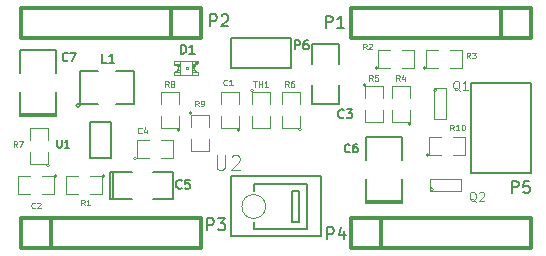
<source format=gto>
G04 (created by PCBNEW (2013-05-31 BZR 4019)-stable) date 16/09/2013 19:50:50*
%MOIN*%
G04 Gerber Fmt 3.4, Leading zero omitted, Abs format*
%FSLAX34Y34*%
G01*
G70*
G90*
G04 APERTURE LIST*
%ADD10C,0.00590551*%
%ADD11C,0.012*%
%ADD12C,0.005*%
%ADD13C,0.0025*%
%ADD14C,0.0039*%
%ADD15C,0.0031*%
%ADD16C,0.0026*%
%ADD17C,0.004*%
%ADD18C,0.002*%
%ADD19C,0.008*%
%ADD20C,0.006*%
%ADD21C,0.0035*%
%ADD22C,0.0043*%
%ADD23C,0.0047*%
G04 APERTURE END LIST*
G54D10*
G54D11*
X62100Y-35600D02*
X62100Y-36600D01*
X62100Y-36600D02*
X56100Y-36600D01*
X56100Y-36600D02*
X56100Y-35600D01*
X56100Y-35600D02*
X62100Y-35600D01*
X61100Y-35600D02*
X61100Y-36600D01*
X51100Y-35600D02*
X51100Y-36600D01*
X51100Y-36600D02*
X45100Y-36600D01*
X45100Y-36600D02*
X45100Y-35600D01*
X45100Y-35600D02*
X51100Y-35600D01*
X50100Y-35600D02*
X50100Y-36600D01*
X45100Y-43600D02*
X45100Y-42600D01*
X45100Y-42600D02*
X51100Y-42600D01*
X51100Y-42600D02*
X51100Y-43600D01*
X51100Y-43600D02*
X45100Y-43600D01*
X46100Y-43600D02*
X46100Y-42600D01*
X56100Y-43600D02*
X56100Y-42600D01*
X56100Y-42600D02*
X62100Y-42600D01*
X62100Y-42600D02*
X62100Y-43600D01*
X62100Y-43600D02*
X56100Y-43600D01*
X57100Y-43600D02*
X57100Y-42600D01*
G54D12*
X55098Y-41201D02*
X55098Y-43201D01*
X55098Y-43201D02*
X52101Y-43201D01*
X52101Y-43201D02*
X52101Y-41201D01*
X52101Y-41201D02*
X55098Y-41201D01*
X54621Y-42969D02*
X52857Y-42969D01*
X54621Y-41457D02*
X54369Y-41457D01*
X54621Y-41457D02*
X54621Y-42969D01*
X54621Y-41457D02*
X52857Y-41457D01*
X52857Y-41457D02*
X52857Y-41709D01*
X52857Y-42969D02*
X52857Y-42717D01*
X54369Y-41709D02*
X54117Y-41709D01*
X54117Y-41709D02*
X54117Y-42717D01*
X54117Y-42717D02*
X54369Y-42717D01*
X54369Y-42717D02*
X54369Y-41709D01*
G54D13*
X53254Y-42213D02*
G75*
G03X53254Y-42213I-397J0D01*
G74*
G01*
G54D12*
X56600Y-42100D02*
X57800Y-42100D01*
X57800Y-40650D02*
X57800Y-39900D01*
X57800Y-39900D02*
X56600Y-39900D01*
X56600Y-39900D02*
X56600Y-40650D01*
X56600Y-41300D02*
X56600Y-42100D01*
X56600Y-42021D02*
X57800Y-42021D01*
X57800Y-42100D02*
X57800Y-41300D01*
G54D14*
X58100Y-39450D02*
G75*
G03X58100Y-39450I-50J0D01*
G74*
G01*
X58050Y-39000D02*
X58050Y-39400D01*
X58050Y-39400D02*
X57450Y-39400D01*
X57450Y-39400D02*
X57450Y-39000D01*
X57450Y-38600D02*
X57450Y-38200D01*
X57450Y-38200D02*
X58050Y-38200D01*
X58050Y-38200D02*
X58050Y-38600D01*
X56600Y-38150D02*
G75*
G03X56600Y-38150I-50J0D01*
G74*
G01*
X56550Y-38600D02*
X56550Y-38200D01*
X56550Y-38200D02*
X57150Y-38200D01*
X57150Y-38200D02*
X57150Y-38600D01*
X57150Y-39000D02*
X57150Y-39400D01*
X57150Y-39400D02*
X56550Y-39400D01*
X56550Y-39400D02*
X56550Y-39000D01*
X57000Y-37600D02*
G75*
G03X57000Y-37600I-50J0D01*
G74*
G01*
X57400Y-37600D02*
X57000Y-37600D01*
X57000Y-37600D02*
X57000Y-37000D01*
X57000Y-37000D02*
X57400Y-37000D01*
X57800Y-37000D02*
X58200Y-37000D01*
X58200Y-37000D02*
X58200Y-37600D01*
X58200Y-37600D02*
X57800Y-37600D01*
X58600Y-37600D02*
G75*
G03X58600Y-37600I-50J0D01*
G74*
G01*
X59000Y-37600D02*
X58600Y-37600D01*
X58600Y-37600D02*
X58600Y-37000D01*
X58600Y-37000D02*
X59000Y-37000D01*
X59400Y-37000D02*
X59800Y-37000D01*
X59800Y-37000D02*
X59800Y-37600D01*
X59800Y-37600D02*
X59400Y-37600D01*
X54450Y-39650D02*
G75*
G03X54450Y-39650I-50J0D01*
G74*
G01*
X54400Y-39200D02*
X54400Y-39600D01*
X54400Y-39600D02*
X53800Y-39600D01*
X53800Y-39600D02*
X53800Y-39200D01*
X53800Y-38800D02*
X53800Y-38400D01*
X53800Y-38400D02*
X54400Y-38400D01*
X54400Y-38400D02*
X54400Y-38800D01*
G54D12*
X48100Y-40600D02*
X47400Y-40600D01*
X47400Y-40600D02*
X47400Y-39400D01*
X47400Y-39400D02*
X48100Y-39400D01*
X48100Y-39400D02*
X48100Y-40600D01*
G54D14*
X47900Y-41200D02*
G75*
G03X47900Y-41200I-50J0D01*
G74*
G01*
X47400Y-41200D02*
X47800Y-41200D01*
X47800Y-41200D02*
X47800Y-41800D01*
X47800Y-41800D02*
X47400Y-41800D01*
X47000Y-41800D02*
X46600Y-41800D01*
X46600Y-41800D02*
X46600Y-41200D01*
X46600Y-41200D02*
X47000Y-41200D01*
G54D12*
X55700Y-36800D02*
X54800Y-36800D01*
X54800Y-36800D02*
X54800Y-37450D01*
X55700Y-38150D02*
X55700Y-38800D01*
X55700Y-38800D02*
X54800Y-38800D01*
X54800Y-38800D02*
X54800Y-38150D01*
X55700Y-37450D02*
X55700Y-36800D01*
G54D14*
X52400Y-39650D02*
G75*
G03X52400Y-39650I-50J0D01*
G74*
G01*
X52350Y-39200D02*
X52350Y-39600D01*
X52350Y-39600D02*
X51750Y-39600D01*
X51750Y-39600D02*
X51750Y-39200D01*
X51750Y-38800D02*
X51750Y-38400D01*
X51750Y-38400D02*
X52350Y-38400D01*
X52350Y-38400D02*
X52350Y-38800D01*
X46300Y-41200D02*
G75*
G03X46300Y-41200I-50J0D01*
G74*
G01*
X45800Y-41200D02*
X46200Y-41200D01*
X46200Y-41200D02*
X46200Y-41800D01*
X46200Y-41800D02*
X45800Y-41800D01*
X45400Y-41800D02*
X45000Y-41800D01*
X45000Y-41800D02*
X45000Y-41200D01*
X45000Y-41200D02*
X45400Y-41200D01*
G54D12*
X48150Y-41050D02*
X48050Y-41050D01*
X48050Y-41050D02*
X48050Y-41950D01*
X48050Y-41950D02*
X48150Y-41950D01*
X48150Y-41050D02*
X48150Y-41950D01*
X48150Y-41950D02*
X48800Y-41950D01*
X49500Y-41050D02*
X50150Y-41050D01*
X50150Y-41050D02*
X50150Y-41950D01*
X50150Y-41950D02*
X49500Y-41950D01*
X48800Y-41050D02*
X48150Y-41050D01*
G54D14*
X48950Y-40600D02*
G75*
G03X48950Y-40600I-50J0D01*
G74*
G01*
X49350Y-40600D02*
X48950Y-40600D01*
X48950Y-40600D02*
X48950Y-40000D01*
X48950Y-40000D02*
X49350Y-40000D01*
X49750Y-40000D02*
X50150Y-40000D01*
X50150Y-40000D02*
X50150Y-40600D01*
X50150Y-40600D02*
X49750Y-40600D01*
G54D15*
X58974Y-38337D02*
G75*
G03X58974Y-38337I-62J0D01*
G74*
G01*
X59250Y-39300D02*
X58850Y-39300D01*
X59250Y-38275D02*
X58850Y-38275D01*
X58850Y-39300D02*
X58850Y-38275D01*
X59250Y-38275D02*
X59250Y-39300D01*
G54D12*
X45050Y-39200D02*
X46250Y-39200D01*
X46250Y-37750D02*
X46250Y-37000D01*
X46250Y-37000D02*
X45050Y-37000D01*
X45050Y-37000D02*
X45050Y-37750D01*
X45050Y-38400D02*
X45050Y-39200D01*
X45050Y-39121D02*
X46250Y-39121D01*
X46250Y-39200D02*
X46250Y-38400D01*
G54D14*
X46050Y-40850D02*
G75*
G03X46050Y-40850I-50J0D01*
G74*
G01*
X46000Y-40400D02*
X46000Y-40800D01*
X46000Y-40800D02*
X45400Y-40800D01*
X45400Y-40800D02*
X45400Y-40400D01*
X45400Y-40000D02*
X45400Y-39600D01*
X45400Y-39600D02*
X46000Y-39600D01*
X46000Y-39600D02*
X46000Y-40000D01*
X50800Y-39100D02*
G75*
G03X50800Y-39100I-50J0D01*
G74*
G01*
X50750Y-39550D02*
X50750Y-39150D01*
X50750Y-39150D02*
X51350Y-39150D01*
X51350Y-39150D02*
X51350Y-39550D01*
X51350Y-39950D02*
X51350Y-40350D01*
X51350Y-40350D02*
X50750Y-40350D01*
X50750Y-40350D02*
X50750Y-39950D01*
X52850Y-38350D02*
G75*
G03X52850Y-38350I-50J0D01*
G74*
G01*
X52800Y-38800D02*
X52800Y-38400D01*
X52800Y-38400D02*
X53400Y-38400D01*
X53400Y-38400D02*
X53400Y-38800D01*
X53400Y-39200D02*
X53400Y-39600D01*
X53400Y-39600D02*
X52800Y-39600D01*
X52800Y-39600D02*
X52800Y-39200D01*
X50400Y-39650D02*
G75*
G03X50400Y-39650I-50J0D01*
G74*
G01*
X50350Y-39200D02*
X50350Y-39600D01*
X50350Y-39600D02*
X49750Y-39600D01*
X49750Y-39600D02*
X49750Y-39200D01*
X49750Y-38800D02*
X49750Y-38400D01*
X49750Y-38400D02*
X50350Y-38400D01*
X50350Y-38400D02*
X50350Y-38800D01*
G54D16*
X50796Y-37718D02*
X50796Y-37846D01*
X50796Y-37846D02*
X50993Y-37846D01*
X50993Y-37718D02*
X50993Y-37846D01*
X50796Y-37718D02*
X50993Y-37718D01*
X50796Y-37473D02*
X50796Y-37532D01*
X50796Y-37532D02*
X50895Y-37532D01*
X50895Y-37473D02*
X50895Y-37532D01*
X50796Y-37473D02*
X50895Y-37473D01*
X50796Y-37668D02*
X50796Y-37727D01*
X50796Y-37727D02*
X50895Y-37727D01*
X50895Y-37668D02*
X50895Y-37727D01*
X50796Y-37668D02*
X50895Y-37668D01*
X50796Y-37522D02*
X50796Y-37678D01*
X50796Y-37678D02*
X50865Y-37678D01*
X50865Y-37522D02*
X50865Y-37678D01*
X50796Y-37522D02*
X50865Y-37522D01*
X50207Y-37718D02*
X50207Y-37846D01*
X50207Y-37846D02*
X50404Y-37846D01*
X50404Y-37718D02*
X50404Y-37846D01*
X50207Y-37718D02*
X50404Y-37718D01*
X50207Y-37354D02*
X50207Y-37482D01*
X50207Y-37482D02*
X50404Y-37482D01*
X50404Y-37354D02*
X50404Y-37482D01*
X50207Y-37354D02*
X50404Y-37354D01*
X50305Y-37668D02*
X50305Y-37727D01*
X50305Y-37727D02*
X50404Y-37727D01*
X50404Y-37668D02*
X50404Y-37727D01*
X50305Y-37668D02*
X50404Y-37668D01*
X50305Y-37473D02*
X50305Y-37532D01*
X50305Y-37532D02*
X50404Y-37532D01*
X50404Y-37473D02*
X50404Y-37532D01*
X50305Y-37473D02*
X50404Y-37473D01*
X50335Y-37522D02*
X50335Y-37678D01*
X50335Y-37678D02*
X50404Y-37678D01*
X50404Y-37522D02*
X50404Y-37678D01*
X50335Y-37522D02*
X50404Y-37522D01*
X50600Y-37561D02*
X50600Y-37639D01*
X50600Y-37639D02*
X50678Y-37639D01*
X50678Y-37561D02*
X50678Y-37639D01*
X50600Y-37561D02*
X50678Y-37561D01*
X50796Y-37364D02*
X50796Y-37482D01*
X50796Y-37482D02*
X50914Y-37482D01*
X50914Y-37364D02*
X50914Y-37482D01*
X50796Y-37364D02*
X50914Y-37364D01*
X50964Y-37354D02*
X50964Y-37443D01*
X50964Y-37443D02*
X50993Y-37443D01*
X50993Y-37354D02*
X50993Y-37443D01*
X50964Y-37354D02*
X50993Y-37354D01*
G54D17*
X50806Y-37826D02*
X50394Y-37826D01*
X50404Y-37374D02*
X50964Y-37374D01*
G54D18*
X50962Y-37423D02*
G75*
G03X50962Y-37423I-28J0D01*
G74*
G01*
G54D17*
X50993Y-37463D02*
G75*
G03X50993Y-37737I0J-137D01*
G74*
G01*
X50207Y-37737D02*
G75*
G03X50207Y-37463I0J137D01*
G74*
G01*
G54D14*
X58700Y-40500D02*
G75*
G03X58700Y-40500I-50J0D01*
G74*
G01*
X59100Y-40500D02*
X58700Y-40500D01*
X58700Y-40500D02*
X58700Y-39900D01*
X58700Y-39900D02*
X59100Y-39900D01*
X59500Y-39900D02*
X59900Y-39900D01*
X59900Y-39900D02*
X59900Y-40500D01*
X59900Y-40500D02*
X59500Y-40500D01*
G54D15*
X58849Y-41638D02*
G75*
G03X58849Y-41638I-62J0D01*
G74*
G01*
X59750Y-41300D02*
X59750Y-41700D01*
X58725Y-41300D02*
X58725Y-41700D01*
X59750Y-41700D02*
X58725Y-41700D01*
X58725Y-41300D02*
X59750Y-41300D01*
G54D19*
X60100Y-41100D02*
X60100Y-38100D01*
X62100Y-38100D02*
X62100Y-41100D01*
X62100Y-41100D02*
X60100Y-41100D01*
X60100Y-38100D02*
X62100Y-38100D01*
G54D20*
X52100Y-37600D02*
X52100Y-36600D01*
X52100Y-36600D02*
X54100Y-36600D01*
X54100Y-36600D02*
X54100Y-37600D01*
X54100Y-37600D02*
X52100Y-37600D01*
G54D12*
X47070Y-38850D02*
G75*
G03X47070Y-38850I-70J0D01*
G74*
G01*
X47650Y-37700D02*
X47050Y-37700D01*
X47050Y-37700D02*
X47050Y-38800D01*
X47050Y-38800D02*
X47650Y-38800D01*
X48250Y-38800D02*
X48850Y-38800D01*
X48850Y-38800D02*
X48850Y-37700D01*
X48850Y-37700D02*
X48250Y-37700D01*
G54D19*
X55254Y-36261D02*
X55254Y-35861D01*
X55407Y-35861D01*
X55445Y-35880D01*
X55464Y-35900D01*
X55483Y-35938D01*
X55483Y-35995D01*
X55464Y-36033D01*
X55445Y-36052D01*
X55407Y-36071D01*
X55254Y-36071D01*
X55864Y-36261D02*
X55635Y-36261D01*
X55750Y-36261D02*
X55750Y-35861D01*
X55711Y-35919D01*
X55673Y-35957D01*
X55635Y-35976D01*
X51404Y-36211D02*
X51404Y-35811D01*
X51557Y-35811D01*
X51595Y-35830D01*
X51614Y-35850D01*
X51633Y-35888D01*
X51633Y-35945D01*
X51614Y-35983D01*
X51595Y-36002D01*
X51557Y-36021D01*
X51404Y-36021D01*
X51785Y-35850D02*
X51804Y-35830D01*
X51842Y-35811D01*
X51938Y-35811D01*
X51976Y-35830D01*
X51995Y-35850D01*
X52014Y-35888D01*
X52014Y-35926D01*
X51995Y-35983D01*
X51766Y-36211D01*
X52014Y-36211D01*
X51304Y-43011D02*
X51304Y-42611D01*
X51457Y-42611D01*
X51495Y-42630D01*
X51514Y-42650D01*
X51533Y-42688D01*
X51533Y-42745D01*
X51514Y-42783D01*
X51495Y-42802D01*
X51457Y-42821D01*
X51304Y-42821D01*
X51666Y-42611D02*
X51914Y-42611D01*
X51780Y-42764D01*
X51838Y-42764D01*
X51876Y-42783D01*
X51895Y-42802D01*
X51914Y-42840D01*
X51914Y-42935D01*
X51895Y-42973D01*
X51876Y-42992D01*
X51838Y-43011D01*
X51723Y-43011D01*
X51685Y-42992D01*
X51666Y-42973D01*
X55304Y-43311D02*
X55304Y-42911D01*
X55457Y-42911D01*
X55495Y-42930D01*
X55514Y-42950D01*
X55533Y-42988D01*
X55533Y-43045D01*
X55514Y-43083D01*
X55495Y-43102D01*
X55457Y-43121D01*
X55304Y-43121D01*
X55876Y-43045D02*
X55876Y-43311D01*
X55780Y-42892D02*
X55685Y-43178D01*
X55933Y-43178D01*
G54D21*
X51619Y-40502D02*
X51619Y-40907D01*
X51642Y-40954D01*
X51666Y-40978D01*
X51714Y-41002D01*
X51809Y-41002D01*
X51857Y-40978D01*
X51880Y-40954D01*
X51904Y-40907D01*
X51904Y-40502D01*
X52119Y-40550D02*
X52142Y-40526D01*
X52190Y-40502D01*
X52309Y-40502D01*
X52357Y-40526D01*
X52380Y-40550D01*
X52404Y-40597D01*
X52404Y-40645D01*
X52380Y-40716D01*
X52095Y-41002D01*
X52404Y-41002D01*
G54D12*
X56054Y-40385D02*
X56040Y-40398D01*
X56001Y-40411D01*
X55975Y-40411D01*
X55935Y-40398D01*
X55909Y-40372D01*
X55896Y-40345D01*
X55883Y-40293D01*
X55883Y-40254D01*
X55896Y-40201D01*
X55909Y-40175D01*
X55935Y-40149D01*
X55975Y-40135D01*
X56001Y-40135D01*
X56040Y-40149D01*
X56054Y-40162D01*
X56290Y-40135D02*
X56237Y-40135D01*
X56211Y-40149D01*
X56198Y-40162D01*
X56172Y-40201D01*
X56159Y-40254D01*
X56159Y-40359D01*
X56172Y-40385D01*
X56185Y-40398D01*
X56211Y-40411D01*
X56264Y-40411D01*
X56290Y-40398D01*
X56303Y-40385D01*
X56316Y-40359D01*
X56316Y-40293D01*
X56303Y-40267D01*
X56290Y-40254D01*
X56264Y-40240D01*
X56211Y-40240D01*
X56185Y-40254D01*
X56172Y-40267D01*
X56159Y-40293D01*
G54D22*
X57717Y-38029D02*
X57651Y-37935D01*
X57604Y-38029D02*
X57604Y-37832D01*
X57679Y-37832D01*
X57698Y-37842D01*
X57707Y-37851D01*
X57717Y-37870D01*
X57717Y-37898D01*
X57707Y-37917D01*
X57698Y-37926D01*
X57679Y-37935D01*
X57604Y-37935D01*
X57886Y-37898D02*
X57886Y-38029D01*
X57839Y-37823D02*
X57792Y-37964D01*
X57914Y-37964D01*
X56817Y-38029D02*
X56751Y-37935D01*
X56704Y-38029D02*
X56704Y-37832D01*
X56779Y-37832D01*
X56798Y-37842D01*
X56807Y-37851D01*
X56817Y-37870D01*
X56817Y-37898D01*
X56807Y-37917D01*
X56798Y-37926D01*
X56779Y-37935D01*
X56704Y-37935D01*
X56995Y-37832D02*
X56901Y-37832D01*
X56892Y-37926D01*
X56901Y-37917D01*
X56920Y-37907D01*
X56967Y-37907D01*
X56986Y-37917D01*
X56995Y-37926D01*
X57004Y-37945D01*
X57004Y-37992D01*
X56995Y-38010D01*
X56986Y-38020D01*
X56967Y-38029D01*
X56920Y-38029D01*
X56901Y-38020D01*
X56892Y-38010D01*
X56617Y-36979D02*
X56551Y-36885D01*
X56504Y-36979D02*
X56504Y-36782D01*
X56579Y-36782D01*
X56598Y-36792D01*
X56607Y-36801D01*
X56617Y-36820D01*
X56617Y-36848D01*
X56607Y-36867D01*
X56598Y-36876D01*
X56579Y-36885D01*
X56504Y-36885D01*
X56692Y-36801D02*
X56701Y-36792D01*
X56720Y-36782D01*
X56767Y-36782D01*
X56786Y-36792D01*
X56795Y-36801D01*
X56804Y-36820D01*
X56804Y-36839D01*
X56795Y-36867D01*
X56682Y-36979D01*
X56804Y-36979D01*
X60067Y-37279D02*
X60001Y-37185D01*
X59954Y-37279D02*
X59954Y-37082D01*
X60029Y-37082D01*
X60048Y-37092D01*
X60057Y-37101D01*
X60067Y-37120D01*
X60067Y-37148D01*
X60057Y-37167D01*
X60048Y-37176D01*
X60029Y-37185D01*
X59954Y-37185D01*
X60132Y-37082D02*
X60254Y-37082D01*
X60189Y-37157D01*
X60217Y-37157D01*
X60236Y-37167D01*
X60245Y-37176D01*
X60254Y-37195D01*
X60254Y-37242D01*
X60245Y-37260D01*
X60236Y-37270D01*
X60217Y-37279D01*
X60160Y-37279D01*
X60142Y-37270D01*
X60132Y-37260D01*
X54017Y-38229D02*
X53951Y-38135D01*
X53904Y-38229D02*
X53904Y-38032D01*
X53979Y-38032D01*
X53998Y-38042D01*
X54007Y-38051D01*
X54017Y-38070D01*
X54017Y-38098D01*
X54007Y-38117D01*
X53998Y-38126D01*
X53979Y-38135D01*
X53904Y-38135D01*
X54186Y-38032D02*
X54148Y-38032D01*
X54129Y-38042D01*
X54120Y-38051D01*
X54101Y-38079D01*
X54092Y-38117D01*
X54092Y-38192D01*
X54101Y-38210D01*
X54110Y-38220D01*
X54129Y-38229D01*
X54167Y-38229D01*
X54186Y-38220D01*
X54195Y-38210D01*
X54204Y-38192D01*
X54204Y-38145D01*
X54195Y-38126D01*
X54186Y-38117D01*
X54167Y-38107D01*
X54129Y-38107D01*
X54110Y-38117D01*
X54101Y-38126D01*
X54092Y-38145D01*
G54D12*
X46309Y-40001D02*
X46309Y-40203D01*
X46321Y-40227D01*
X46333Y-40239D01*
X46357Y-40251D01*
X46404Y-40251D01*
X46428Y-40239D01*
X46440Y-40227D01*
X46452Y-40203D01*
X46452Y-40001D01*
X46702Y-40251D02*
X46559Y-40251D01*
X46630Y-40251D02*
X46630Y-40001D01*
X46607Y-40036D01*
X46583Y-40060D01*
X46559Y-40072D01*
G54D22*
X47217Y-42179D02*
X47151Y-42085D01*
X47104Y-42179D02*
X47104Y-41982D01*
X47179Y-41982D01*
X47198Y-41992D01*
X47207Y-42001D01*
X47217Y-42020D01*
X47217Y-42048D01*
X47207Y-42067D01*
X47198Y-42076D01*
X47179Y-42085D01*
X47104Y-42085D01*
X47404Y-42179D02*
X47292Y-42179D01*
X47348Y-42179D02*
X47348Y-41982D01*
X47329Y-42010D01*
X47310Y-42029D01*
X47292Y-42039D01*
G54D12*
X55850Y-39242D02*
X55835Y-39257D01*
X55792Y-39271D01*
X55764Y-39271D01*
X55721Y-39257D01*
X55692Y-39228D01*
X55678Y-39200D01*
X55664Y-39142D01*
X55664Y-39100D01*
X55678Y-39042D01*
X55692Y-39014D01*
X55721Y-38985D01*
X55764Y-38971D01*
X55792Y-38971D01*
X55835Y-38985D01*
X55850Y-39000D01*
X55950Y-38971D02*
X56135Y-38971D01*
X56035Y-39085D01*
X56078Y-39085D01*
X56107Y-39100D01*
X56121Y-39114D01*
X56135Y-39142D01*
X56135Y-39214D01*
X56121Y-39242D01*
X56107Y-39257D01*
X56078Y-39271D01*
X55992Y-39271D01*
X55964Y-39257D01*
X55950Y-39242D01*
G54D22*
X51967Y-38160D02*
X51957Y-38170D01*
X51929Y-38179D01*
X51910Y-38179D01*
X51882Y-38170D01*
X51863Y-38151D01*
X51854Y-38132D01*
X51845Y-38095D01*
X51845Y-38067D01*
X51854Y-38029D01*
X51863Y-38010D01*
X51882Y-37992D01*
X51910Y-37982D01*
X51929Y-37982D01*
X51957Y-37992D01*
X51967Y-38001D01*
X52154Y-38179D02*
X52042Y-38179D01*
X52098Y-38179D02*
X52098Y-37982D01*
X52079Y-38010D01*
X52060Y-38029D01*
X52042Y-38039D01*
X45567Y-42260D02*
X45557Y-42270D01*
X45529Y-42279D01*
X45510Y-42279D01*
X45482Y-42270D01*
X45463Y-42251D01*
X45454Y-42232D01*
X45445Y-42195D01*
X45445Y-42167D01*
X45454Y-42129D01*
X45463Y-42110D01*
X45482Y-42092D01*
X45510Y-42082D01*
X45529Y-42082D01*
X45557Y-42092D01*
X45567Y-42101D01*
X45642Y-42101D02*
X45651Y-42092D01*
X45670Y-42082D01*
X45717Y-42082D01*
X45736Y-42092D01*
X45745Y-42101D01*
X45754Y-42120D01*
X45754Y-42139D01*
X45745Y-42167D01*
X45632Y-42279D01*
X45754Y-42279D01*
G54D12*
X50450Y-41592D02*
X50435Y-41607D01*
X50392Y-41621D01*
X50364Y-41621D01*
X50321Y-41607D01*
X50292Y-41578D01*
X50278Y-41550D01*
X50264Y-41492D01*
X50264Y-41450D01*
X50278Y-41392D01*
X50292Y-41364D01*
X50321Y-41335D01*
X50364Y-41321D01*
X50392Y-41321D01*
X50435Y-41335D01*
X50450Y-41350D01*
X50721Y-41321D02*
X50578Y-41321D01*
X50564Y-41464D01*
X50578Y-41450D01*
X50607Y-41435D01*
X50678Y-41435D01*
X50707Y-41450D01*
X50721Y-41464D01*
X50735Y-41492D01*
X50735Y-41564D01*
X50721Y-41592D01*
X50707Y-41607D01*
X50678Y-41621D01*
X50607Y-41621D01*
X50578Y-41607D01*
X50564Y-41592D01*
G54D22*
X49117Y-39760D02*
X49107Y-39770D01*
X49079Y-39779D01*
X49060Y-39779D01*
X49032Y-39770D01*
X49013Y-39751D01*
X49004Y-39732D01*
X48995Y-39695D01*
X48995Y-39667D01*
X49004Y-39629D01*
X49013Y-39610D01*
X49032Y-39592D01*
X49060Y-39582D01*
X49079Y-39582D01*
X49107Y-39592D01*
X49117Y-39601D01*
X49286Y-39648D02*
X49286Y-39779D01*
X49239Y-39573D02*
X49192Y-39714D01*
X49314Y-39714D01*
G54D23*
X59721Y-38350D02*
X59692Y-38335D01*
X59664Y-38307D01*
X59621Y-38264D01*
X59592Y-38250D01*
X59564Y-38250D01*
X59578Y-38321D02*
X59550Y-38307D01*
X59521Y-38278D01*
X59507Y-38221D01*
X59507Y-38121D01*
X59521Y-38064D01*
X59550Y-38035D01*
X59578Y-38021D01*
X59635Y-38021D01*
X59664Y-38035D01*
X59692Y-38064D01*
X59707Y-38121D01*
X59707Y-38221D01*
X59692Y-38278D01*
X59664Y-38307D01*
X59635Y-38321D01*
X59578Y-38321D01*
X59992Y-38321D02*
X59821Y-38321D01*
X59907Y-38321D02*
X59907Y-38021D01*
X59878Y-38064D01*
X59850Y-38092D01*
X59821Y-38107D01*
G54D12*
X46654Y-37335D02*
X46640Y-37348D01*
X46601Y-37361D01*
X46575Y-37361D01*
X46535Y-37348D01*
X46509Y-37322D01*
X46496Y-37295D01*
X46483Y-37243D01*
X46483Y-37204D01*
X46496Y-37151D01*
X46509Y-37125D01*
X46535Y-37099D01*
X46575Y-37085D01*
X46601Y-37085D01*
X46640Y-37099D01*
X46654Y-37112D01*
X46745Y-37085D02*
X46929Y-37085D01*
X46811Y-37361D01*
G54D22*
X44967Y-40229D02*
X44901Y-40135D01*
X44854Y-40229D02*
X44854Y-40032D01*
X44929Y-40032D01*
X44948Y-40042D01*
X44957Y-40051D01*
X44967Y-40070D01*
X44967Y-40098D01*
X44957Y-40117D01*
X44948Y-40126D01*
X44929Y-40135D01*
X44854Y-40135D01*
X45032Y-40032D02*
X45164Y-40032D01*
X45079Y-40229D01*
X51017Y-38879D02*
X50951Y-38785D01*
X50904Y-38879D02*
X50904Y-38682D01*
X50979Y-38682D01*
X50998Y-38692D01*
X51007Y-38701D01*
X51017Y-38720D01*
X51017Y-38748D01*
X51007Y-38767D01*
X50998Y-38776D01*
X50979Y-38785D01*
X50904Y-38785D01*
X51110Y-38879D02*
X51148Y-38879D01*
X51167Y-38870D01*
X51176Y-38860D01*
X51195Y-38832D01*
X51204Y-38795D01*
X51204Y-38720D01*
X51195Y-38701D01*
X51186Y-38692D01*
X51167Y-38682D01*
X51129Y-38682D01*
X51110Y-38692D01*
X51101Y-38701D01*
X51092Y-38720D01*
X51092Y-38767D01*
X51101Y-38785D01*
X51110Y-38795D01*
X51129Y-38804D01*
X51167Y-38804D01*
X51186Y-38795D01*
X51195Y-38785D01*
X51204Y-38767D01*
X52846Y-38032D02*
X52959Y-38032D01*
X52903Y-38229D02*
X52903Y-38032D01*
X53024Y-38229D02*
X53024Y-38032D01*
X53024Y-38126D02*
X53137Y-38126D01*
X53137Y-38229D02*
X53137Y-38032D01*
X53334Y-38229D02*
X53221Y-38229D01*
X53278Y-38229D02*
X53278Y-38032D01*
X53259Y-38060D01*
X53240Y-38079D01*
X53221Y-38089D01*
X50017Y-38229D02*
X49951Y-38135D01*
X49904Y-38229D02*
X49904Y-38032D01*
X49979Y-38032D01*
X49998Y-38042D01*
X50007Y-38051D01*
X50017Y-38070D01*
X50017Y-38098D01*
X50007Y-38117D01*
X49998Y-38126D01*
X49979Y-38135D01*
X49904Y-38135D01*
X50129Y-38117D02*
X50110Y-38107D01*
X50101Y-38098D01*
X50092Y-38079D01*
X50092Y-38070D01*
X50101Y-38051D01*
X50110Y-38042D01*
X50129Y-38032D01*
X50167Y-38032D01*
X50186Y-38042D01*
X50195Y-38051D01*
X50204Y-38070D01*
X50204Y-38079D01*
X50195Y-38098D01*
X50186Y-38107D01*
X50167Y-38117D01*
X50129Y-38117D01*
X50110Y-38126D01*
X50101Y-38135D01*
X50092Y-38154D01*
X50092Y-38192D01*
X50101Y-38210D01*
X50110Y-38220D01*
X50129Y-38229D01*
X50167Y-38229D01*
X50186Y-38220D01*
X50195Y-38210D01*
X50204Y-38192D01*
X50204Y-38154D01*
X50195Y-38135D01*
X50186Y-38126D01*
X50167Y-38117D01*
G54D12*
X50428Y-37121D02*
X50428Y-36821D01*
X50500Y-36821D01*
X50542Y-36835D01*
X50571Y-36864D01*
X50585Y-36892D01*
X50600Y-36950D01*
X50600Y-36992D01*
X50585Y-37050D01*
X50571Y-37078D01*
X50542Y-37107D01*
X50500Y-37121D01*
X50428Y-37121D01*
X50885Y-37121D02*
X50714Y-37121D01*
X50800Y-37121D02*
X50800Y-36821D01*
X50771Y-36864D01*
X50742Y-36892D01*
X50714Y-36907D01*
G54D22*
X59523Y-39679D02*
X59457Y-39585D01*
X59410Y-39679D02*
X59410Y-39482D01*
X59485Y-39482D01*
X59504Y-39492D01*
X59513Y-39501D01*
X59523Y-39520D01*
X59523Y-39548D01*
X59513Y-39567D01*
X59504Y-39576D01*
X59485Y-39585D01*
X59410Y-39585D01*
X59710Y-39679D02*
X59598Y-39679D01*
X59654Y-39679D02*
X59654Y-39482D01*
X59635Y-39510D01*
X59617Y-39529D01*
X59598Y-39539D01*
X59832Y-39482D02*
X59851Y-39482D01*
X59870Y-39492D01*
X59879Y-39501D01*
X59889Y-39520D01*
X59898Y-39557D01*
X59898Y-39604D01*
X59889Y-39642D01*
X59879Y-39660D01*
X59870Y-39670D01*
X59851Y-39679D01*
X59832Y-39679D01*
X59814Y-39670D01*
X59804Y-39660D01*
X59795Y-39642D01*
X59786Y-39604D01*
X59786Y-39557D01*
X59795Y-39520D01*
X59804Y-39501D01*
X59814Y-39492D01*
X59832Y-39482D01*
G54D23*
X60271Y-42050D02*
X60242Y-42035D01*
X60214Y-42007D01*
X60171Y-41964D01*
X60142Y-41950D01*
X60114Y-41950D01*
X60128Y-42021D02*
X60100Y-42007D01*
X60071Y-41978D01*
X60057Y-41921D01*
X60057Y-41821D01*
X60071Y-41764D01*
X60100Y-41735D01*
X60128Y-41721D01*
X60185Y-41721D01*
X60214Y-41735D01*
X60242Y-41764D01*
X60257Y-41821D01*
X60257Y-41921D01*
X60242Y-41978D01*
X60214Y-42007D01*
X60185Y-42021D01*
X60128Y-42021D01*
X60371Y-41750D02*
X60385Y-41735D01*
X60414Y-41721D01*
X60485Y-41721D01*
X60514Y-41735D01*
X60528Y-41750D01*
X60542Y-41778D01*
X60542Y-41807D01*
X60528Y-41850D01*
X60357Y-42021D01*
X60542Y-42021D01*
G54D19*
X61454Y-41761D02*
X61454Y-41361D01*
X61607Y-41361D01*
X61645Y-41380D01*
X61664Y-41400D01*
X61683Y-41438D01*
X61683Y-41495D01*
X61664Y-41533D01*
X61645Y-41552D01*
X61607Y-41571D01*
X61454Y-41571D01*
X62045Y-41361D02*
X61854Y-41361D01*
X61835Y-41552D01*
X61854Y-41533D01*
X61892Y-41514D01*
X61988Y-41514D01*
X62026Y-41533D01*
X62045Y-41552D01*
X62064Y-41590D01*
X62064Y-41685D01*
X62045Y-41723D01*
X62026Y-41742D01*
X61988Y-41761D01*
X61892Y-41761D01*
X61854Y-41742D01*
X61835Y-41723D01*
G54D20*
X54228Y-36971D02*
X54228Y-36671D01*
X54342Y-36671D01*
X54371Y-36685D01*
X54385Y-36700D01*
X54400Y-36728D01*
X54400Y-36771D01*
X54385Y-36800D01*
X54371Y-36814D01*
X54342Y-36828D01*
X54228Y-36828D01*
X54657Y-36671D02*
X54600Y-36671D01*
X54571Y-36685D01*
X54557Y-36700D01*
X54528Y-36742D01*
X54514Y-36800D01*
X54514Y-36914D01*
X54528Y-36942D01*
X54542Y-36957D01*
X54571Y-36971D01*
X54628Y-36971D01*
X54657Y-36957D01*
X54671Y-36942D01*
X54685Y-36914D01*
X54685Y-36842D01*
X54671Y-36814D01*
X54657Y-36800D01*
X54628Y-36785D01*
X54571Y-36785D01*
X54542Y-36800D01*
X54528Y-36814D01*
X54514Y-36842D01*
G54D12*
X47950Y-37421D02*
X47807Y-37421D01*
X47807Y-37121D01*
X48207Y-37421D02*
X48035Y-37421D01*
X48121Y-37421D02*
X48121Y-37121D01*
X48092Y-37164D01*
X48064Y-37192D01*
X48035Y-37207D01*
M02*

</source>
